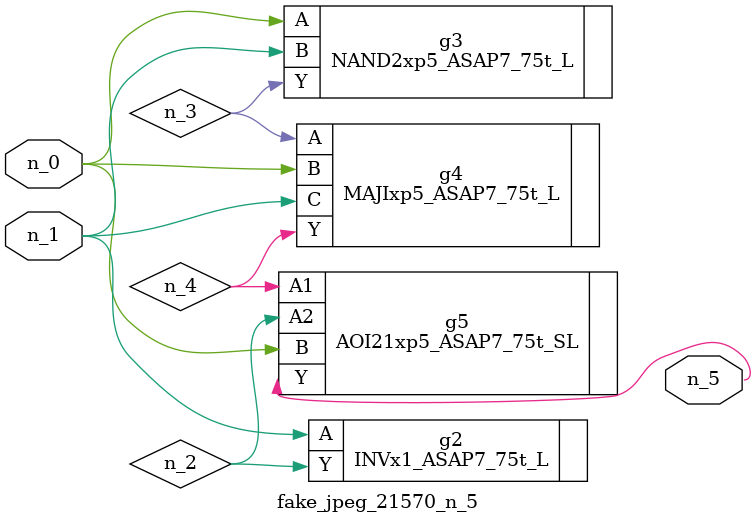
<source format=v>
module fake_jpeg_21570_n_5 (n_0, n_1, n_5);

input n_0;
input n_1;

output n_5;

wire n_2;
wire n_3;
wire n_4;

INVx1_ASAP7_75t_L g2 ( 
.A(n_1),
.Y(n_2)
);

NAND2xp5_ASAP7_75t_L g3 ( 
.A(n_0),
.B(n_1),
.Y(n_3)
);

MAJIxp5_ASAP7_75t_L g4 ( 
.A(n_3),
.B(n_0),
.C(n_1),
.Y(n_4)
);

AOI21xp5_ASAP7_75t_SL g5 ( 
.A1(n_4),
.A2(n_2),
.B(n_0),
.Y(n_5)
);


endmodule
</source>
